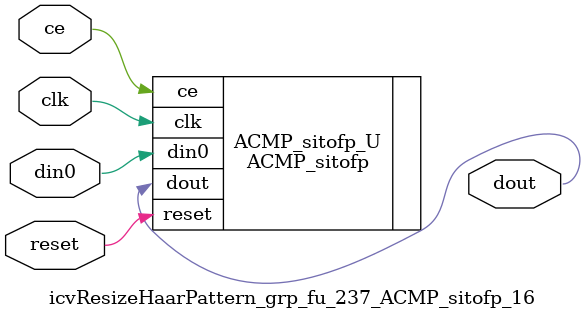
<source format=v>

`timescale 1 ns / 1 ps
module icvResizeHaarPattern_grp_fu_237_ACMP_sitofp_16(
    clk,
    reset,
    ce,
    din0,
    dout);

parameter ID = 32'd1;
parameter NUM_STAGE = 32'd1;
parameter din0_WIDTH = 32'd1;
parameter dout_WIDTH = 32'd1;
input clk;
input reset;
input ce;
input[din0_WIDTH - 1:0] din0;
output[dout_WIDTH - 1:0] dout;



ACMP_sitofp #(
.ID( ID ),
.NUM_STAGE( 4 ),
.din0_WIDTH( din0_WIDTH ),
.dout_WIDTH( dout_WIDTH ))
ACMP_sitofp_U(
    .clk( clk ),
    .reset( reset ),
    .ce( ce ),
    .din0( din0 ),
    .dout( dout ));

endmodule

</source>
